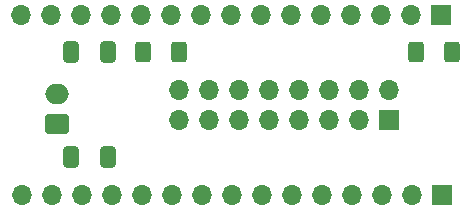
<source format=gbr>
%TF.GenerationSoftware,KiCad,Pcbnew,7.0.8*%
%TF.CreationDate,2023-10-11T21:33:04+02:00*%
%TF.ProjectId,LvL_shifter_shield,4c764c5f-7368-4696-9674-65725f736869,rev?*%
%TF.SameCoordinates,Original*%
%TF.FileFunction,Soldermask,Bot*%
%TF.FilePolarity,Negative*%
%FSLAX46Y46*%
G04 Gerber Fmt 4.6, Leading zero omitted, Abs format (unit mm)*
G04 Created by KiCad (PCBNEW 7.0.8) date 2023-10-11 21:33:04*
%MOMM*%
%LPD*%
G01*
G04 APERTURE LIST*
G04 Aperture macros list*
%AMRoundRect*
0 Rectangle with rounded corners*
0 $1 Rounding radius*
0 $2 $3 $4 $5 $6 $7 $8 $9 X,Y pos of 4 corners*
0 Add a 4 corners polygon primitive as box body*
4,1,4,$2,$3,$4,$5,$6,$7,$8,$9,$2,$3,0*
0 Add four circle primitives for the rounded corners*
1,1,$1+$1,$2,$3*
1,1,$1+$1,$4,$5*
1,1,$1+$1,$6,$7*
1,1,$1+$1,$8,$9*
0 Add four rect primitives between the rounded corners*
20,1,$1+$1,$2,$3,$4,$5,0*
20,1,$1+$1,$4,$5,$6,$7,0*
20,1,$1+$1,$6,$7,$8,$9,0*
20,1,$1+$1,$8,$9,$2,$3,0*%
G04 Aperture macros list end*
%ADD10RoundRect,0.250000X0.750000X-0.600000X0.750000X0.600000X-0.750000X0.600000X-0.750000X-0.600000X0*%
%ADD11O,2.000000X1.700000*%
%ADD12R,1.700000X1.700000*%
%ADD13O,1.700000X1.700000*%
%ADD14RoundRect,0.250000X0.400000X0.625000X-0.400000X0.625000X-0.400000X-0.625000X0.400000X-0.625000X0*%
%ADD15RoundRect,0.250000X-0.400000X-0.625000X0.400000X-0.625000X0.400000X0.625000X-0.400000X0.625000X0*%
%ADD16RoundRect,0.250000X-0.412500X-0.650000X0.412500X-0.650000X0.412500X0.650000X-0.412500X0.650000X0*%
G04 APERTURE END LIST*
D10*
%TO.C,J4*%
X109067600Y-87325200D03*
D11*
X109067600Y-84825200D03*
%TD*%
D12*
%TO.C,J1*%
X137160000Y-86995000D03*
D13*
X137160000Y-84455000D03*
X134620000Y-86995000D03*
X134620000Y-84455000D03*
X132080000Y-86995000D03*
X132080000Y-84455000D03*
X129540000Y-86995000D03*
X129540000Y-84455000D03*
X127000000Y-86995000D03*
X127000000Y-84455000D03*
X124460000Y-86995000D03*
X124460000Y-84455000D03*
X121920000Y-86995000D03*
X121920000Y-84455000D03*
X119380000Y-86995000D03*
X119380000Y-84455000D03*
%TD*%
D14*
%TO.C,R2*%
X119380000Y-81280000D03*
X116280000Y-81280000D03*
%TD*%
D12*
%TO.C,J3*%
X141605000Y-93345000D03*
D13*
X139065000Y-93345000D03*
X136525000Y-93345000D03*
X133985000Y-93345000D03*
X131445000Y-93345000D03*
X128905000Y-93345000D03*
X126365000Y-93345000D03*
X123825000Y-93345000D03*
X121285000Y-93345000D03*
X118745000Y-93345000D03*
X116205000Y-93345000D03*
X113665000Y-93345000D03*
X111125000Y-93345000D03*
X108585000Y-93345000D03*
X106045000Y-93345000D03*
%TD*%
D15*
%TO.C,R1*%
X139420000Y-81280000D03*
X142520000Y-81280000D03*
%TD*%
D16*
%TO.C,C1*%
X110197500Y-90170000D03*
X113322500Y-90170000D03*
%TD*%
%TO.C,C2*%
X110197500Y-81280000D03*
X113322500Y-81280000D03*
%TD*%
D12*
%TO.C,J2*%
X141575000Y-78105000D03*
D13*
X139035000Y-78105000D03*
X136495000Y-78105000D03*
X133955000Y-78105000D03*
X131415000Y-78105000D03*
X128875000Y-78105000D03*
X126335000Y-78105000D03*
X123795000Y-78105000D03*
X121255000Y-78105000D03*
X118715000Y-78105000D03*
X116175000Y-78105000D03*
X113635000Y-78105000D03*
X111095000Y-78105000D03*
X108555000Y-78105000D03*
X106015000Y-78105000D03*
%TD*%
M02*

</source>
